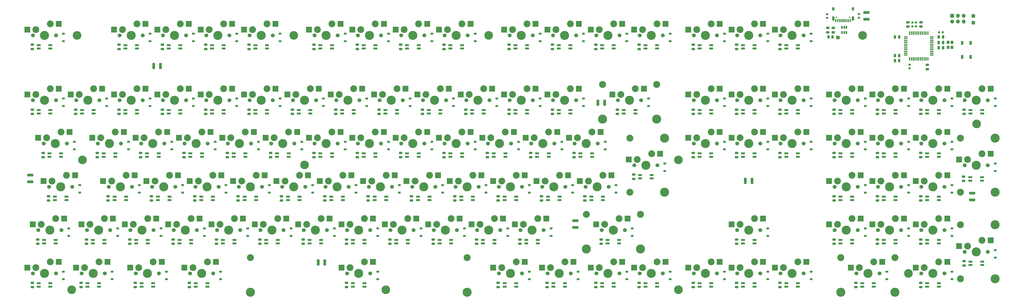
<source format=gbs>
%TF.GenerationSoftware,KiCad,Pcbnew,7.0.10*%
%TF.CreationDate,2024-01-14T19:19:27+05:30*%
%TF.ProjectId,kbd,6b62642e-6b69-4636-9164-5f7063625858,rev?*%
%TF.SameCoordinates,Original*%
%TF.FileFunction,Soldermask,Bot*%
%TF.FilePolarity,Negative*%
%FSLAX46Y46*%
G04 Gerber Fmt 4.6, Leading zero omitted, Abs format (unit mm)*
G04 Created by KiCad (PCBNEW 7.0.10) date 2024-01-14 19:19:27*
%MOMM*%
%LPD*%
G01*
G04 APERTURE LIST*
G04 Aperture macros list*
%AMRoundRect*
0 Rectangle with rounded corners*
0 $1 Rounding radius*
0 $2 $3 $4 $5 $6 $7 $8 $9 X,Y pos of 4 corners*
0 Add a 4 corners polygon primitive as box body*
4,1,4,$2,$3,$4,$5,$6,$7,$8,$9,$2,$3,0*
0 Add four circle primitives for the rounded corners*
1,1,$1+$1,$2,$3*
1,1,$1+$1,$4,$5*
1,1,$1+$1,$6,$7*
1,1,$1+$1,$8,$9*
0 Add four rect primitives between the rounded corners*
20,1,$1+$1,$2,$3,$4,$5,0*
20,1,$1+$1,$4,$5,$6,$7,0*
20,1,$1+$1,$6,$7,$8,$9,0*
20,1,$1+$1,$8,$9,$2,$3,0*%
G04 Aperture macros list end*
%ADD10C,3.800000*%
%ADD11C,2.600000*%
%ADD12C,1.701800*%
%ADD13C,3.000000*%
%ADD14C,3.987800*%
%ADD15R,2.550000X2.500000*%
%ADD16C,3.048000*%
%ADD17RoundRect,0.225000X0.375000X-0.225000X0.375000X0.225000X-0.375000X0.225000X-0.375000X-0.225000X0*%
%ADD18RoundRect,0.250000X0.475000X-0.250000X0.475000X0.250000X-0.475000X0.250000X-0.475000X-0.250000X0*%
%ADD19RoundRect,0.250000X-0.475000X0.250000X-0.475000X-0.250000X0.475000X-0.250000X0.475000X0.250000X0*%
%ADD20R,1.500000X1.500000*%
%ADD21R,1.700000X0.820000*%
%ADD22RoundRect,0.205000X-0.645000X-0.205000X0.645000X-0.205000X0.645000X0.205000X-0.645000X0.205000X0*%
%ADD23RoundRect,0.205000X0.645000X0.205000X-0.645000X0.205000X-0.645000X-0.205000X0.645000X-0.205000X0*%
%ADD24RoundRect,0.250000X-0.325000X-1.100000X0.325000X-1.100000X0.325000X1.100000X-0.325000X1.100000X0*%
%ADD25RoundRect,0.250000X0.250000X0.475000X-0.250000X0.475000X-0.250000X-0.475000X0.250000X-0.475000X0*%
%ADD26RoundRect,0.250000X0.262500X0.450000X-0.262500X0.450000X-0.262500X-0.450000X0.262500X-0.450000X0*%
%ADD27R,0.550000X1.500000*%
%ADD28R,1.500000X0.550000*%
%ADD29RoundRect,0.250000X1.100000X-0.325000X1.100000X0.325000X-1.100000X0.325000X-1.100000X-0.325000X0*%
%ADD30RoundRect,0.200000X-0.275000X0.200000X-0.275000X-0.200000X0.275000X-0.200000X0.275000X0.200000X0*%
%ADD31RoundRect,0.150000X-0.150000X0.512500X-0.150000X-0.512500X0.150000X-0.512500X0.150000X0.512500X0*%
%ADD32R,1.100000X1.800000*%
%ADD33R,1.700000X1.700000*%
%ADD34O,1.700000X1.700000*%
%ADD35R,1.200000X1.400000*%
%ADD36RoundRect,0.250000X0.325000X1.100000X-0.325000X1.100000X-0.325000X-1.100000X0.325000X-1.100000X0*%
%ADD37RoundRect,0.200000X0.275000X-0.200000X0.275000X0.200000X-0.275000X0.200000X-0.275000X-0.200000X0*%
%ADD38RoundRect,0.250000X-1.100000X0.325000X-1.100000X-0.325000X1.100000X-0.325000X1.100000X0.325000X0*%
%ADD39C,0.650000*%
%ADD40R,0.600000X1.450000*%
%ADD41R,0.300000X1.450000*%
%ADD42O,1.000000X1.600000*%
%ADD43O,1.000000X2.100000*%
%ADD44RoundRect,0.250000X-0.250000X-0.475000X0.250000X-0.475000X0.250000X0.475000X-0.250000X0.475000X0*%
%ADD45RoundRect,0.200000X0.200000X0.275000X-0.200000X0.275000X-0.200000X-0.275000X0.200000X-0.275000X0*%
G04 APERTURE END LIST*
D10*
%TO.C,H12*%
X373856250Y-173831250D03*
D11*
X373856250Y-173831250D03*
%TD*%
D10*
%TO.C,H11*%
X209550000Y-176022000D03*
D11*
X209550000Y-176022000D03*
%TD*%
D10*
%TO.C,H10*%
X109537500Y-119062500D03*
D11*
X109537500Y-119062500D03*
%TD*%
D10*
%TO.C,H9*%
X504952000Y-157988000D03*
D11*
X504952000Y-157988000D03*
%TD*%
D10*
%TO.C,H8*%
X245268750Y-230981250D03*
D11*
X245268750Y-230981250D03*
%TD*%
D10*
%TO.C,H7*%
X474980000Y-223837500D03*
D11*
X474980000Y-223837500D03*
%TD*%
D10*
%TO.C,H6*%
X111918750Y-173831250D03*
D11*
X111918750Y-173831250D03*
%TD*%
D10*
%TO.C,H5*%
X373856250Y-230981250D03*
D11*
X373856250Y-230981250D03*
%TD*%
D10*
%TO.C,H4*%
X107156250Y-230981250D03*
D11*
X107156250Y-230981250D03*
%TD*%
D10*
%TO.C,H3*%
X290512500Y-119062500D03*
D11*
X290512500Y-119062500D03*
%TD*%
D10*
%TO.C,H2*%
X204787500Y-119062500D03*
D11*
X204787500Y-119062500D03*
%TD*%
D10*
%TO.C,H1*%
X454818750Y-119062500D03*
D11*
X454818750Y-119062500D03*
%TD*%
D12*
%TO.C,SW68*%
X275907500Y-185737500D03*
D13*
X277177500Y-183197500D03*
D14*
X280987500Y-185737500D03*
D13*
X283527500Y-180657500D03*
D12*
X286067500Y-185737500D03*
D15*
X273427500Y-183197500D03*
X287277500Y-180657500D03*
%TD*%
D16*
%TO.C,REF\u002A\u002A*%
X340525000Y-140652500D03*
D14*
X340525000Y-155892500D03*
D16*
X364325000Y-140652500D03*
D14*
X364325000Y-155892500D03*
%TD*%
D12*
%TO.C,SW32*%
X399732500Y-147637500D03*
D13*
X401002500Y-145097500D03*
D14*
X404812500Y-147637500D03*
D13*
X407352500Y-142557500D03*
D12*
X409892500Y-147637500D03*
D15*
X397252500Y-145097500D03*
X411102500Y-142557500D03*
%TD*%
D12*
%TO.C,SW76*%
X113982500Y-204787500D03*
D13*
X115252500Y-202247500D03*
D14*
X119062500Y-204787500D03*
D13*
X121602500Y-199707500D03*
D12*
X124142500Y-204787500D03*
D15*
X111502500Y-202247500D03*
X125352500Y-199707500D03*
%TD*%
D12*
%TO.C,SW63*%
X180657500Y-185737500D03*
D13*
X181927500Y-183197500D03*
D14*
X185737500Y-185737500D03*
D13*
X188277500Y-180657500D03*
D12*
X190817500Y-185737500D03*
D15*
X178177500Y-183197500D03*
X192027500Y-180657500D03*
%TD*%
D12*
%TO.C,SW105*%
X452120000Y-223837500D03*
D13*
X453390000Y-221297500D03*
D14*
X457200000Y-223837500D03*
D13*
X459740000Y-218757500D03*
D12*
X462280000Y-223837500D03*
D15*
X449640000Y-221297500D03*
X463490000Y-218757500D03*
%TD*%
D12*
%TO.C,SW15*%
X399732500Y-119062500D03*
D13*
X401002500Y-116522500D03*
D14*
X404812500Y-119062500D03*
D13*
X407352500Y-113982500D03*
D12*
X409892500Y-119062500D03*
D15*
X397252500Y-116522500D03*
X411102500Y-113982500D03*
%TD*%
D12*
%TO.C,SW51*%
X354488750Y-176212500D03*
D13*
X355758750Y-173672500D03*
D14*
X359568750Y-176212500D03*
D13*
X362108750Y-171132500D03*
D12*
X364648750Y-176212500D03*
D15*
X352008750Y-173672500D03*
X365858750Y-171132500D03*
%TD*%
D12*
%TO.C,SW61*%
X142557500Y-185737500D03*
D13*
X143827500Y-183197500D03*
D14*
X147637500Y-185737500D03*
D13*
X150177500Y-180657500D03*
D12*
X152717500Y-185737500D03*
D15*
X140077500Y-183197500D03*
X153927500Y-180657500D03*
%TD*%
D12*
%TO.C,SW78*%
X152082500Y-204787500D03*
D13*
X153352500Y-202247500D03*
D14*
X157162500Y-204787500D03*
D13*
X159702500Y-199707500D03*
D12*
X162242500Y-204787500D03*
D15*
X149602500Y-202247500D03*
X163452500Y-199707500D03*
%TD*%
D12*
%TO.C,SW65*%
X218757500Y-185737500D03*
D13*
X220027500Y-183197500D03*
D14*
X223837500Y-185737500D03*
D13*
X226377500Y-180657500D03*
D12*
X228917500Y-185737500D03*
D15*
X216277500Y-183197500D03*
X230127500Y-180657500D03*
%TD*%
D12*
%TO.C,SW77*%
X133032500Y-204787500D03*
D13*
X134302500Y-202247500D03*
D14*
X138112500Y-204787500D03*
D13*
X140652500Y-199707500D03*
D12*
X143192500Y-204787500D03*
D15*
X130552500Y-202247500D03*
X144402500Y-199707500D03*
%TD*%
D12*
%TO.C,SW104*%
X418782500Y-223837500D03*
D13*
X420052500Y-221297500D03*
D14*
X423862500Y-223837500D03*
D13*
X426402500Y-218757500D03*
D12*
X428942500Y-223837500D03*
D15*
X416302500Y-221297500D03*
X430152500Y-218757500D03*
%TD*%
D12*
%TO.C,SW12*%
X337820000Y-119062500D03*
D13*
X339090000Y-116522500D03*
D14*
X342900000Y-119062500D03*
D13*
X345440000Y-113982500D03*
D12*
X347980000Y-119062500D03*
D15*
X335340000Y-116522500D03*
X349190000Y-113982500D03*
%TD*%
D16*
%TO.C,REF\u002A\u002A*%
X497840000Y-226212500D03*
D14*
X513080000Y-226212500D03*
D16*
X497840000Y-202412500D03*
D14*
X513080000Y-202412500D03*
%TD*%
D12*
%TO.C,SW31*%
X380682500Y-147637500D03*
D13*
X381952500Y-145097500D03*
D14*
X385762500Y-147637500D03*
D13*
X388302500Y-142557500D03*
D12*
X390842500Y-147637500D03*
D15*
X378202500Y-145097500D03*
X392052500Y-142557500D03*
%TD*%
D12*
%TO.C,SW80*%
X190182500Y-204787500D03*
D13*
X191452500Y-202247500D03*
D14*
X195262500Y-204787500D03*
D13*
X197802500Y-199707500D03*
D12*
X200342500Y-204787500D03*
D15*
X187702500Y-202247500D03*
X201552500Y-199707500D03*
%TD*%
D12*
%TO.C,SW6*%
X213995000Y-119062500D03*
D13*
X215265000Y-116522500D03*
D14*
X219075000Y-119062500D03*
D13*
X221615000Y-113982500D03*
D12*
X224155000Y-119062500D03*
D15*
X211515000Y-116522500D03*
X225365000Y-113982500D03*
%TD*%
D12*
%TO.C,SW11*%
X318770000Y-119062500D03*
D13*
X320040000Y-116522500D03*
D14*
X323850000Y-119062500D03*
D13*
X326390000Y-113982500D03*
D12*
X328930000Y-119062500D03*
D15*
X316290000Y-116522500D03*
X330140000Y-113982500D03*
%TD*%
D12*
%TO.C,SW87*%
X340201250Y-204787500D03*
D13*
X341471250Y-202247500D03*
D14*
X345281250Y-204787500D03*
D13*
X347821250Y-199707500D03*
D12*
X350361250Y-204787500D03*
D15*
X337721250Y-202247500D03*
X351571250Y-199707500D03*
%TD*%
D12*
%TO.C,SW46*%
X252095000Y-166687500D03*
D13*
X253365000Y-164147500D03*
D14*
X257175000Y-166687500D03*
D13*
X259715000Y-161607500D03*
D12*
X262255000Y-166687500D03*
D15*
X249615000Y-164147500D03*
X263465000Y-161607500D03*
%TD*%
D12*
%TO.C,SW17*%
X90170000Y-147637500D03*
D13*
X91440000Y-145097500D03*
D14*
X95250000Y-147637500D03*
D13*
X97790000Y-142557500D03*
D12*
X100330000Y-147637500D03*
D15*
X87690000Y-145097500D03*
X101540000Y-142557500D03*
%TD*%
D12*
%TO.C,SW25*%
X242570000Y-147637500D03*
D13*
X243840000Y-145097500D03*
D14*
X247650000Y-147637500D03*
D13*
X250190000Y-142557500D03*
D12*
X252730000Y-147637500D03*
D15*
X240090000Y-145097500D03*
X253940000Y-142557500D03*
%TD*%
D12*
%TO.C,SW22*%
X185420000Y-147637500D03*
D13*
X186690000Y-145097500D03*
D14*
X190500000Y-147637500D03*
D13*
X193040000Y-142557500D03*
D12*
X195580000Y-147637500D03*
D15*
X182940000Y-145097500D03*
X196790000Y-142557500D03*
%TD*%
D12*
%TO.C,SW60*%
X123507500Y-185737500D03*
D13*
X124777500Y-183197500D03*
D14*
X128587500Y-185737500D03*
D13*
X131127500Y-180657500D03*
D12*
X133667500Y-185737500D03*
D15*
X121027500Y-183197500D03*
X134877500Y-180657500D03*
%TD*%
D12*
%TO.C,SW74*%
X480695000Y-185737500D03*
D13*
X481965000Y-183197500D03*
D14*
X485775000Y-185737500D03*
D13*
X488315000Y-180657500D03*
D12*
X490855000Y-185737500D03*
D15*
X478215000Y-183197500D03*
X492065000Y-180657500D03*
%TD*%
D12*
%TO.C,SW13*%
X356870000Y-119062500D03*
D13*
X358140000Y-116522500D03*
D14*
X361950000Y-119062500D03*
D13*
X364490000Y-113982500D03*
D12*
X367030000Y-119062500D03*
D15*
X354390000Y-116522500D03*
X368240000Y-113982500D03*
%TD*%
D12*
%TO.C,SW29*%
X318770000Y-147637500D03*
D13*
X320040000Y-145097500D03*
D14*
X323850000Y-147637500D03*
D13*
X326390000Y-142557500D03*
D12*
X328930000Y-147637500D03*
D15*
X316290000Y-145097500D03*
X330140000Y-142557500D03*
%TD*%
D12*
%TO.C,SW66*%
X237807500Y-185737500D03*
D13*
X239077500Y-183197500D03*
D14*
X242887500Y-185737500D03*
D13*
X245427500Y-180657500D03*
D12*
X247967500Y-185737500D03*
D15*
X235327500Y-183197500D03*
X249177500Y-180657500D03*
%TD*%
D12*
%TO.C,SW93*%
X90170000Y-223837500D03*
D13*
X91440000Y-221297500D03*
D14*
X95250000Y-223837500D03*
D13*
X97790000Y-218757500D03*
D12*
X100330000Y-223837500D03*
D15*
X87690000Y-221297500D03*
X101540000Y-218757500D03*
%TD*%
D12*
%TO.C,SW8*%
X252095000Y-119062500D03*
D13*
X253365000Y-116522500D03*
D14*
X257175000Y-119062500D03*
D13*
X259715000Y-113982500D03*
D12*
X262255000Y-119062500D03*
D15*
X249615000Y-116522500D03*
X263465000Y-113982500D03*
%TD*%
D12*
%TO.C,SW64*%
X199707500Y-185737500D03*
D13*
X200977500Y-183197500D03*
D14*
X204787500Y-185737500D03*
D13*
X207327500Y-180657500D03*
D12*
X209867500Y-185737500D03*
D15*
X197227500Y-183197500D03*
X211077500Y-180657500D03*
%TD*%
D12*
%TO.C,SW44*%
X213995000Y-166687500D03*
D13*
X215265000Y-164147500D03*
D14*
X219075000Y-166687500D03*
D13*
X221615000Y-161607500D03*
D12*
X224155000Y-166687500D03*
D15*
X211515000Y-164147500D03*
X225365000Y-161607500D03*
%TD*%
D12*
%TO.C,SW16*%
X418782500Y-119062500D03*
D13*
X420052500Y-116522500D03*
D14*
X423862500Y-119062500D03*
D13*
X426402500Y-113982500D03*
D12*
X428942500Y-119062500D03*
D15*
X416302500Y-116522500D03*
X430152500Y-113982500D03*
%TD*%
D12*
%TO.C,SW42*%
X175895000Y-166687500D03*
D13*
X177165000Y-164147500D03*
D14*
X180975000Y-166687500D03*
D13*
X183515000Y-161607500D03*
D12*
X186055000Y-166687500D03*
D15*
X173415000Y-164147500D03*
X187265000Y-161607500D03*
%TD*%
D12*
%TO.C,SW49*%
X309245000Y-166687500D03*
D13*
X310515000Y-164147500D03*
D14*
X314325000Y-166687500D03*
D13*
X316865000Y-161607500D03*
D12*
X319405000Y-166687500D03*
D15*
X306765000Y-164147500D03*
X320615000Y-161607500D03*
%TD*%
D12*
%TO.C,SW38*%
X94932500Y-166687500D03*
D13*
X96202500Y-164147500D03*
D14*
X100012500Y-166687500D03*
D13*
X102552500Y-161607500D03*
D12*
X105092500Y-166687500D03*
D15*
X92452500Y-164147500D03*
X106302500Y-161607500D03*
%TD*%
D12*
%TO.C,SW99*%
X316388750Y-223837500D03*
D13*
X317658750Y-221297500D03*
D14*
X321468750Y-223837500D03*
D13*
X324008750Y-218757500D03*
D12*
X326548750Y-223837500D03*
D15*
X313908750Y-221297500D03*
X327758750Y-218757500D03*
%TD*%
D12*
%TO.C,SW10*%
X299720000Y-119062500D03*
D13*
X300990000Y-116522500D03*
D14*
X304800000Y-119062500D03*
D13*
X307340000Y-113982500D03*
D12*
X309880000Y-119062500D03*
D15*
X297240000Y-116522500D03*
X311090000Y-113982500D03*
%TD*%
D12*
%TO.C,SW98*%
X294957500Y-223837500D03*
D13*
X296227500Y-221297500D03*
D14*
X300037500Y-223837500D03*
D13*
X302577500Y-218757500D03*
D12*
X305117500Y-223837500D03*
D15*
X292477500Y-221297500D03*
X306327500Y-218757500D03*
%TD*%
D12*
%TO.C,SW14*%
X380682500Y-119062500D03*
D13*
X381952500Y-116522500D03*
D14*
X385762500Y-119062500D03*
D13*
X388302500Y-113982500D03*
D12*
X390842500Y-119062500D03*
D15*
X378202500Y-116522500D03*
X392052500Y-113982500D03*
%TD*%
D12*
%TO.C,SW101*%
X356870000Y-223837500D03*
D13*
X358140000Y-221297500D03*
D14*
X361950000Y-223837500D03*
D13*
X364490000Y-218757500D03*
D12*
X367030000Y-223837500D03*
D15*
X354390000Y-221297500D03*
X368240000Y-218757500D03*
%TD*%
D16*
%TO.C,REF\u002A\u002A*%
X497840000Y-188112500D03*
D14*
X513080000Y-188112500D03*
D16*
X497840000Y-164312500D03*
D14*
X513080000Y-164312500D03*
%TD*%
D12*
%TO.C,SW24*%
X223520000Y-147637500D03*
D13*
X224790000Y-145097500D03*
D14*
X228600000Y-147637500D03*
D13*
X231140000Y-142557500D03*
D12*
X233680000Y-147637500D03*
D15*
X221040000Y-145097500D03*
X234890000Y-142557500D03*
%TD*%
D12*
%TO.C,SW103*%
X399732500Y-223837500D03*
D13*
X401002500Y-221297500D03*
D14*
X404812500Y-223837500D03*
D13*
X407352500Y-218757500D03*
D12*
X409892500Y-223837500D03*
D15*
X397252500Y-221297500D03*
X411102500Y-218757500D03*
%TD*%
D12*
%TO.C,SW54*%
X418782500Y-166687500D03*
D13*
X420052500Y-164147500D03*
D14*
X423862500Y-166687500D03*
D13*
X426402500Y-161607500D03*
D12*
X428942500Y-166687500D03*
D15*
X416302500Y-164147500D03*
X430152500Y-161607500D03*
%TD*%
D12*
%TO.C,SW50*%
X328295000Y-166687500D03*
D13*
X329565000Y-164147500D03*
D14*
X333375000Y-166687500D03*
D13*
X335915000Y-161607500D03*
D12*
X338455000Y-166687500D03*
D15*
X325815000Y-164147500D03*
X339665000Y-161607500D03*
%TD*%
D12*
%TO.C,SW82*%
X228282500Y-204787500D03*
D13*
X229552500Y-202247500D03*
D14*
X233362500Y-204787500D03*
D13*
X235902500Y-199707500D03*
D12*
X238442500Y-204787500D03*
D15*
X225802500Y-202247500D03*
X239652500Y-199707500D03*
%TD*%
D12*
%TO.C,SW89*%
X442595000Y-204787500D03*
D13*
X443865000Y-202247500D03*
D14*
X447675000Y-204787500D03*
D13*
X450215000Y-199707500D03*
D12*
X452755000Y-204787500D03*
D15*
X440115000Y-202247500D03*
X453965000Y-199707500D03*
%TD*%
D12*
%TO.C,SW88*%
X399732500Y-204787500D03*
D13*
X401002500Y-202247500D03*
D14*
X404812500Y-204787500D03*
D13*
X407352500Y-199707500D03*
D12*
X409892500Y-204787500D03*
D15*
X397252500Y-202247500D03*
X411102500Y-199707500D03*
%TD*%
D12*
%TO.C,SW41*%
X156845000Y-166687500D03*
D13*
X158115000Y-164147500D03*
D14*
X161925000Y-166687500D03*
D13*
X164465000Y-161607500D03*
D12*
X167005000Y-166687500D03*
D15*
X154365000Y-164147500D03*
X168215000Y-161607500D03*
%TD*%
D12*
%TO.C,SW2*%
X128270000Y-119062500D03*
D13*
X129540000Y-116522500D03*
D14*
X133350000Y-119062500D03*
D13*
X135890000Y-113982500D03*
D12*
X138430000Y-119062500D03*
D15*
X125790000Y-116522500D03*
X139640000Y-113982500D03*
%TD*%
D12*
%TO.C,SW28*%
X299720000Y-147637500D03*
D13*
X300990000Y-145097500D03*
D14*
X304800000Y-147637500D03*
D13*
X307340000Y-142557500D03*
D12*
X309880000Y-147637500D03*
D15*
X297240000Y-145097500D03*
X311090000Y-142557500D03*
%TD*%
D12*
%TO.C,SW100*%
X337820000Y-223837500D03*
D13*
X339090000Y-221297500D03*
D14*
X342900000Y-223837500D03*
D13*
X345440000Y-218757500D03*
D12*
X347980000Y-223837500D03*
D15*
X335340000Y-221297500D03*
X349190000Y-218757500D03*
%TD*%
D12*
%TO.C,SW20*%
X147320000Y-147637500D03*
D13*
X148590000Y-145097500D03*
D14*
X152400000Y-147637500D03*
D13*
X154940000Y-142557500D03*
D12*
X157480000Y-147637500D03*
D15*
X144840000Y-145097500D03*
X158690000Y-142557500D03*
%TD*%
D12*
%TO.C,SW30*%
X347345000Y-147637500D03*
D13*
X348615000Y-145097500D03*
D14*
X352425000Y-147637500D03*
D13*
X354965000Y-142557500D03*
D12*
X357505000Y-147637500D03*
D15*
X344865000Y-145097500D03*
X358715000Y-142557500D03*
%TD*%
D12*
%TO.C,SW37*%
X499745000Y-147637500D03*
D13*
X501015000Y-145097500D03*
D14*
X504825000Y-147637500D03*
D13*
X507365000Y-142557500D03*
D12*
X509905000Y-147637500D03*
D15*
X497265000Y-145097500D03*
X511115000Y-142557500D03*
%TD*%
D12*
%TO.C,SW71*%
X333057500Y-185737500D03*
D13*
X334327500Y-183197500D03*
D14*
X338137500Y-185737500D03*
D13*
X340677500Y-180657500D03*
D12*
X343217500Y-185737500D03*
D15*
X330577500Y-183197500D03*
X344427500Y-180657500D03*
%TD*%
D12*
%TO.C,SW26*%
X261620000Y-147637500D03*
D13*
X262890000Y-145097500D03*
D14*
X266700000Y-147637500D03*
D13*
X269240000Y-142557500D03*
D12*
X271780000Y-147637500D03*
D15*
X259140000Y-145097500D03*
X272990000Y-142557500D03*
%TD*%
D12*
%TO.C,SW90*%
X461645000Y-204787500D03*
D13*
X462915000Y-202247500D03*
D14*
X466725000Y-204787500D03*
D13*
X469265000Y-199707500D03*
D12*
X471805000Y-204787500D03*
D15*
X459165000Y-202247500D03*
X473015000Y-199707500D03*
%TD*%
D12*
%TO.C,SW91*%
X480695000Y-204787500D03*
D13*
X481965000Y-202247500D03*
D14*
X485775000Y-204787500D03*
D13*
X488315000Y-199707500D03*
D12*
X490855000Y-204787500D03*
D15*
X478215000Y-202247500D03*
X492065000Y-199707500D03*
%TD*%
D12*
%TO.C,SW36*%
X480695000Y-147637500D03*
D13*
X481965000Y-145097500D03*
D14*
X485775000Y-147637500D03*
D13*
X488315000Y-142557500D03*
D12*
X490855000Y-147637500D03*
D15*
X478215000Y-145097500D03*
X492065000Y-142557500D03*
%TD*%
D12*
%TO.C,SW9*%
X271145000Y-119062500D03*
D13*
X272415000Y-116522500D03*
D14*
X276225000Y-119062500D03*
D13*
X278765000Y-113982500D03*
D12*
X281305000Y-119062500D03*
D15*
X268665000Y-116522500D03*
X282515000Y-113982500D03*
%TD*%
D12*
%TO.C,SW84*%
X266382500Y-204787500D03*
D13*
X267652500Y-202247500D03*
D14*
X271462500Y-204787500D03*
D13*
X274002500Y-199707500D03*
D12*
X276542500Y-204787500D03*
D15*
X263902500Y-202247500D03*
X277752500Y-199707500D03*
%TD*%
D16*
%TO.C,REF\u002A\u002A*%
X333381250Y-197802500D03*
D14*
X333381250Y-213042500D03*
D16*
X357181250Y-197802500D03*
D14*
X357181250Y-213042500D03*
%TD*%
D12*
%TO.C,SW53*%
X399732500Y-166687500D03*
D13*
X401002500Y-164147500D03*
D14*
X404812500Y-166687500D03*
D13*
X407352500Y-161607500D03*
D12*
X409892500Y-166687500D03*
D15*
X397252500Y-164147500D03*
X411102500Y-161607500D03*
%TD*%
D12*
%TO.C,SW5*%
X185420000Y-119062500D03*
D13*
X186690000Y-116522500D03*
D14*
X190500000Y-119062500D03*
D13*
X193040000Y-113982500D03*
D12*
X195580000Y-119062500D03*
D15*
X182940000Y-116522500D03*
X196790000Y-113982500D03*
%TD*%
D12*
%TO.C,SW43*%
X194945000Y-166687500D03*
D13*
X196215000Y-164147500D03*
D14*
X200025000Y-166687500D03*
D13*
X202565000Y-161607500D03*
D12*
X205105000Y-166687500D03*
D15*
X192465000Y-164147500D03*
X206315000Y-161607500D03*
%TD*%
D12*
%TO.C,SW40*%
X137795000Y-166687500D03*
D13*
X139065000Y-164147500D03*
D14*
X142875000Y-166687500D03*
D13*
X145415000Y-161607500D03*
D12*
X147955000Y-166687500D03*
D15*
X135315000Y-164147500D03*
X149165000Y-161607500D03*
%TD*%
D12*
%TO.C,SW96*%
X159226250Y-223837500D03*
D13*
X160496250Y-221297500D03*
D14*
X164306250Y-223837500D03*
D13*
X166846250Y-218757500D03*
D12*
X169386250Y-223837500D03*
D15*
X156746250Y-221297500D03*
X170596250Y-218757500D03*
%TD*%
D12*
%TO.C,SW1*%
X90170000Y-119062500D03*
D13*
X91440000Y-116522500D03*
D14*
X95250000Y-119062500D03*
D13*
X97790000Y-113982500D03*
D12*
X100330000Y-119062500D03*
D15*
X87690000Y-116522500D03*
X101540000Y-113982500D03*
%TD*%
D12*
%TO.C,SW62*%
X161607500Y-185737500D03*
D13*
X162877500Y-183197500D03*
D14*
X166687500Y-185737500D03*
D13*
X169227500Y-180657500D03*
D12*
X171767500Y-185737500D03*
D15*
X159127500Y-183197500D03*
X172977500Y-180657500D03*
%TD*%
D12*
%TO.C,SW72*%
X442595000Y-185737500D03*
D13*
X443865000Y-183197500D03*
D14*
X447675000Y-185737500D03*
D13*
X450215000Y-180657500D03*
D12*
X452755000Y-185737500D03*
D15*
X440115000Y-183197500D03*
X453965000Y-180657500D03*
%TD*%
%TO.C,SW94*%
X122971250Y-218757500D03*
X109121250Y-221297500D03*
D12*
X121761250Y-223837500D03*
D13*
X119221250Y-218757500D03*
D14*
X116681250Y-223837500D03*
D13*
X112871250Y-221297500D03*
D12*
X111601250Y-223837500D03*
%TD*%
%TO.C,SW33*%
X418782500Y-147637500D03*
D13*
X420052500Y-145097500D03*
D14*
X423862500Y-147637500D03*
D13*
X426402500Y-142557500D03*
D12*
X428942500Y-147637500D03*
D15*
X416302500Y-145097500D03*
X430152500Y-142557500D03*
%TD*%
D12*
%TO.C,SW56*%
X461645000Y-166687500D03*
D13*
X462915000Y-164147500D03*
D14*
X466725000Y-166687500D03*
D13*
X469265000Y-161607500D03*
D12*
X471805000Y-166687500D03*
D15*
X459165000Y-164147500D03*
X473015000Y-161607500D03*
%TD*%
D12*
%TO.C,SW92*%
X499745000Y-214312500D03*
D13*
X501015000Y-211772500D03*
D14*
X504825000Y-214312500D03*
D13*
X507365000Y-209232500D03*
D12*
X509905000Y-214312500D03*
D15*
X497265000Y-211772500D03*
X511115000Y-209232500D03*
%TD*%
D16*
%TO.C,REF\u002A\u002A*%
X280987500Y-216852500D03*
D14*
X280987500Y-232092500D03*
%TD*%
D12*
%TO.C,SW70*%
X314007500Y-185737500D03*
D13*
X315277500Y-183197500D03*
D14*
X319087500Y-185737500D03*
D13*
X321627500Y-180657500D03*
D12*
X324167500Y-185737500D03*
D15*
X311527500Y-183197500D03*
X325377500Y-180657500D03*
%TD*%
D12*
%TO.C,SW18*%
X109220000Y-147637500D03*
D13*
X110490000Y-145097500D03*
D14*
X114300000Y-147637500D03*
D13*
X116840000Y-142557500D03*
D12*
X119380000Y-147637500D03*
D15*
X106740000Y-145097500D03*
X120590000Y-142557500D03*
%TD*%
D12*
%TO.C,SW39*%
X118745000Y-166687500D03*
D13*
X120015000Y-164147500D03*
D14*
X123825000Y-166687500D03*
D13*
X126365000Y-161607500D03*
D12*
X128905000Y-166687500D03*
D15*
X116265000Y-164147500D03*
X130115000Y-161607500D03*
%TD*%
D12*
%TO.C,SW73*%
X461645000Y-185737500D03*
D13*
X462915000Y-183197500D03*
D14*
X466725000Y-185737500D03*
D13*
X469265000Y-180657500D03*
D12*
X471805000Y-185737500D03*
D15*
X459165000Y-183197500D03*
X473015000Y-180657500D03*
%TD*%
D16*
%TO.C,REF\u002A\u002A*%
X185737500Y-216852312D03*
D14*
X185737500Y-232092312D03*
%TD*%
D12*
%TO.C,SW102*%
X380682500Y-223837500D03*
D13*
X381952500Y-221297500D03*
D14*
X385762500Y-223837500D03*
D13*
X388302500Y-218757500D03*
D12*
X390842500Y-223837500D03*
D15*
X378202500Y-221297500D03*
X392052500Y-218757500D03*
%TD*%
D12*
%TO.C,SW79*%
X171132500Y-204787500D03*
D13*
X172402500Y-202247500D03*
D14*
X176212500Y-204787500D03*
D13*
X178752500Y-199707500D03*
D12*
X181292500Y-204787500D03*
D15*
X168652500Y-202247500D03*
X182502500Y-199707500D03*
%TD*%
D12*
%TO.C,SW97*%
X228282500Y-223837500D03*
D13*
X229552500Y-221297500D03*
D14*
X233362500Y-223837500D03*
D13*
X235902500Y-218757500D03*
D12*
X238442500Y-223837500D03*
D15*
X225802500Y-221297500D03*
X239652500Y-218757500D03*
%TD*%
D12*
%TO.C,SW55*%
X442595000Y-166687500D03*
D13*
X443865000Y-164147500D03*
D14*
X447675000Y-166687500D03*
D13*
X450215000Y-161607500D03*
D12*
X452755000Y-166687500D03*
D15*
X440115000Y-164147500D03*
X453965000Y-161607500D03*
%TD*%
D12*
%TO.C,SW57*%
X480695000Y-166687500D03*
D13*
X481965000Y-164147500D03*
D14*
X485775000Y-166687500D03*
D13*
X488315000Y-161607500D03*
D12*
X490855000Y-166687500D03*
D15*
X478215000Y-164147500D03*
X492065000Y-161607500D03*
%TD*%
D12*
%TO.C,SW52*%
X380682500Y-166687500D03*
D13*
X381952500Y-164147500D03*
D14*
X385762500Y-166687500D03*
D13*
X388302500Y-161607500D03*
D12*
X390842500Y-166687500D03*
D15*
X378202500Y-164147500D03*
X392052500Y-161607500D03*
%TD*%
D12*
%TO.C,SW58*%
X499745000Y-176212500D03*
D13*
X501015000Y-173672500D03*
D14*
X504825000Y-176212500D03*
D13*
X507365000Y-171132500D03*
D12*
X509905000Y-176212500D03*
D15*
X497265000Y-173672500D03*
X511115000Y-171132500D03*
%TD*%
D12*
%TO.C,SW59*%
X97313750Y-185737500D03*
D13*
X98583750Y-183197500D03*
D14*
X102393750Y-185737500D03*
D13*
X104933750Y-180657500D03*
D12*
X107473750Y-185737500D03*
D15*
X94833750Y-183197500D03*
X108683750Y-180657500D03*
%TD*%
D12*
%TO.C,SW23*%
X204470000Y-147637500D03*
D13*
X205740000Y-145097500D03*
D14*
X209550000Y-147637500D03*
D13*
X212090000Y-142557500D03*
D12*
X214630000Y-147637500D03*
D15*
X201990000Y-145097500D03*
X215840000Y-142557500D03*
%TD*%
D12*
%TO.C,SW4*%
X166370000Y-119062500D03*
D13*
X167640000Y-116522500D03*
D14*
X171450000Y-119062500D03*
D13*
X173990000Y-113982500D03*
D12*
X176530000Y-119062500D03*
D15*
X163890000Y-116522500D03*
X177740000Y-113982500D03*
%TD*%
D12*
%TO.C,SW48*%
X290195000Y-166687500D03*
D13*
X291465000Y-164147500D03*
D14*
X295275000Y-166687500D03*
D13*
X297815000Y-161607500D03*
D12*
X300355000Y-166687500D03*
D15*
X287715000Y-164147500D03*
X301565000Y-161607500D03*
%TD*%
D12*
%TO.C,SW19*%
X128270000Y-147637500D03*
D13*
X129540000Y-145097500D03*
D14*
X133350000Y-147637500D03*
D13*
X135890000Y-142557500D03*
D12*
X138430000Y-147637500D03*
D15*
X125790000Y-145097500D03*
X139640000Y-142557500D03*
%TD*%
D12*
%TO.C,SW47*%
X271145000Y-166687500D03*
D13*
X272415000Y-164147500D03*
D14*
X276225000Y-166687500D03*
D13*
X278765000Y-161607500D03*
D12*
X281305000Y-166687500D03*
D15*
X268665000Y-164147500D03*
X282515000Y-161607500D03*
%TD*%
D12*
%TO.C,SW81*%
X209232500Y-204787500D03*
D13*
X210502500Y-202247500D03*
D14*
X214312500Y-204787500D03*
D13*
X216852500Y-199707500D03*
D12*
X219392500Y-204787500D03*
D15*
X206752500Y-202247500D03*
X220602500Y-199707500D03*
%TD*%
D12*
%TO.C,SW67*%
X256857500Y-185737500D03*
D13*
X258127500Y-183197500D03*
D14*
X261937500Y-185737500D03*
D13*
X264477500Y-180657500D03*
D12*
X267017500Y-185737500D03*
D15*
X254377500Y-183197500D03*
X268227500Y-180657500D03*
%TD*%
D12*
%TO.C,SW7*%
X233045000Y-119062500D03*
D13*
X234315000Y-116522500D03*
D14*
X238125000Y-119062500D03*
D13*
X240665000Y-113982500D03*
D12*
X243205000Y-119062500D03*
D15*
X230565000Y-116522500D03*
X244415000Y-113982500D03*
%TD*%
D12*
%TO.C,SW21*%
X166370000Y-147637500D03*
D13*
X167640000Y-145097500D03*
D14*
X171450000Y-147637500D03*
D13*
X173990000Y-142557500D03*
D12*
X176530000Y-147637500D03*
D15*
X163890000Y-145097500D03*
X177740000Y-142557500D03*
%TD*%
D12*
%TO.C,SW75*%
X92551250Y-204787500D03*
D13*
X93821250Y-202247500D03*
D14*
X97631250Y-204787500D03*
D13*
X100171250Y-199707500D03*
D12*
X102711250Y-204787500D03*
D15*
X90071250Y-202247500D03*
X103921250Y-199707500D03*
%TD*%
D12*
%TO.C,SW106*%
X480695000Y-223837500D03*
D13*
X481965000Y-221297500D03*
D14*
X485775000Y-223837500D03*
D13*
X488315000Y-218757500D03*
D12*
X490855000Y-223837500D03*
D15*
X478215000Y-221297500D03*
X492065000Y-218757500D03*
%TD*%
D12*
%TO.C,SW83*%
X247332500Y-204787500D03*
D13*
X248602500Y-202247500D03*
D14*
X252412500Y-204787500D03*
D13*
X254952500Y-199707500D03*
D12*
X257492500Y-204787500D03*
D15*
X244852500Y-202247500D03*
X258702500Y-199707500D03*
%TD*%
D16*
%TO.C,REF\u002A\u002A*%
X352583750Y-188112500D03*
D14*
X367823750Y-188112500D03*
D16*
X352583750Y-164312500D03*
D14*
X367823750Y-164312500D03*
%TD*%
D12*
%TO.C,SW69*%
X294957500Y-185737500D03*
D13*
X296227500Y-183197500D03*
D14*
X300037500Y-185737500D03*
D13*
X302577500Y-180657500D03*
D12*
X305117500Y-185737500D03*
D15*
X292477500Y-183197500D03*
X306327500Y-180657500D03*
%TD*%
D12*
%TO.C,SW85*%
X285432500Y-204787500D03*
D13*
X286702500Y-202247500D03*
D14*
X290512500Y-204787500D03*
D13*
X293052500Y-199707500D03*
D12*
X295592500Y-204787500D03*
D15*
X282952500Y-202247500D03*
X296802500Y-199707500D03*
%TD*%
D12*
%TO.C,SW95*%
X135413750Y-223837500D03*
D13*
X136683750Y-221297500D03*
D14*
X140493750Y-223837500D03*
D13*
X143033750Y-218757500D03*
D12*
X145573750Y-223837500D03*
D15*
X132933750Y-221297500D03*
X146783750Y-218757500D03*
%TD*%
D16*
%TO.C,REF\u002A\u002A*%
X445300000Y-216852500D03*
D14*
X445300000Y-232092500D03*
D16*
X469100000Y-216852500D03*
D14*
X469100000Y-232092500D03*
%TD*%
D12*
%TO.C,SW3*%
X147320000Y-119062500D03*
D13*
X148590000Y-116522500D03*
D14*
X152400000Y-119062500D03*
D13*
X154940000Y-113982500D03*
D12*
X157480000Y-119062500D03*
D15*
X144840000Y-116522500D03*
X158690000Y-113982500D03*
%TD*%
D12*
%TO.C,SW34*%
X442595000Y-147637500D03*
D13*
X443865000Y-145097500D03*
D14*
X447675000Y-147637500D03*
D13*
X450215000Y-142557500D03*
D12*
X452755000Y-147637500D03*
D15*
X440115000Y-145097500D03*
X453965000Y-142557500D03*
%TD*%
D12*
%TO.C,SW86*%
X304482500Y-204787500D03*
D13*
X305752500Y-202247500D03*
D14*
X309562500Y-204787500D03*
D13*
X312102500Y-199707500D03*
D12*
X314642500Y-204787500D03*
D15*
X302002500Y-202247500D03*
X315852500Y-199707500D03*
%TD*%
D12*
%TO.C,SW27*%
X280670000Y-147637500D03*
D13*
X281940000Y-145097500D03*
D14*
X285750000Y-147637500D03*
D13*
X288290000Y-142557500D03*
D12*
X290830000Y-147637500D03*
D15*
X278190000Y-145097500D03*
X292040000Y-142557500D03*
%TD*%
D12*
%TO.C,SW35*%
X461645000Y-147637500D03*
D13*
X462915000Y-145097500D03*
D14*
X466725000Y-147637500D03*
D13*
X469265000Y-142557500D03*
D12*
X471805000Y-147637500D03*
D15*
X459165000Y-145097500D03*
X473015000Y-142557500D03*
%TD*%
D12*
%TO.C,SW45*%
X233045000Y-166687500D03*
D13*
X234315000Y-164147500D03*
D14*
X238125000Y-166687500D03*
D13*
X240665000Y-161607500D03*
D12*
X243205000Y-166687500D03*
D15*
X230565000Y-164147500D03*
X244415000Y-161607500D03*
%TD*%
D17*
%TO.C,D62*%
X175021584Y-188280312D03*
X175021584Y-184980312D03*
%TD*%
D18*
%TO.C,C12*%
X418491880Y-125057352D03*
X418491880Y-123157352D03*
%TD*%
D17*
%TO.C,D55*%
X456009044Y-169230328D03*
X456009044Y-165930328D03*
%TD*%
%TO.C,D11*%
X332184288Y-121605368D03*
X332184288Y-118305368D03*
%TD*%
D19*
%TO.C,C36*%
X204192768Y-151747528D03*
X204192768Y-153647528D03*
%TD*%
D17*
%TO.C,D70*%
X327421584Y-188280312D03*
X327421584Y-184980312D03*
%TD*%
D20*
%TO.C,TP1*%
X503500000Y-110500000D03*
%TD*%
D21*
%TO.C,U9*%
X302249872Y-123372552D03*
X302249872Y-124872552D03*
D22*
X307349872Y-124872552D03*
D21*
X307349872Y-123372552D03*
%TD*%
D17*
%TO.C,D29*%
X332184096Y-150180344D03*
X332184096Y-146880344D03*
%TD*%
D19*
%TO.C,C87*%
X354210640Y-180322504D03*
X354210640Y-182222504D03*
%TD*%
D17*
%TO.C,D60*%
X136921584Y-188280312D03*
X136921584Y-184980312D03*
%TD*%
D18*
%TO.C,C26*%
X147042080Y-125072552D03*
X147042080Y-123172552D03*
%TD*%
D21*
%TO.C,U101*%
X324019592Y-229647464D03*
X324019592Y-228147464D03*
D23*
X318919592Y-228147464D03*
D21*
X318919592Y-229647464D03*
%TD*%
D24*
%TO.C,C103*%
X215525000Y-219000000D03*
X218475000Y-219000000D03*
%TD*%
D25*
%TO.C,C3*%
X470950000Y-119750000D03*
X469050000Y-119750000D03*
%TD*%
D18*
%TO.C,C61*%
X308966608Y-172697512D03*
X308966608Y-170797512D03*
%TD*%
D21*
%TO.C,U61*%
X131137216Y-191547496D03*
X131137216Y-190047496D03*
D23*
X126037216Y-190047496D03*
D21*
X126037216Y-191547496D03*
%TD*%
%TO.C,U32*%
X354975576Y-153447528D03*
X354975576Y-151947528D03*
D23*
X349875576Y-151947528D03*
D21*
X349875576Y-153447528D03*
%TD*%
D17*
%TO.C,D80*%
X203596578Y-207330296D03*
X203596578Y-204030296D03*
%TD*%
D18*
%TO.C,C71*%
X118466608Y-172697512D03*
X118466608Y-170797512D03*
%TD*%
D17*
%TO.C,D7*%
X246459288Y-121605368D03*
X246459288Y-118305368D03*
%TD*%
D18*
%TO.C,C24*%
X185142080Y-125072552D03*
X185142080Y-123172552D03*
%TD*%
D21*
%TO.C,U36*%
X450224576Y-153447528D03*
X450224576Y-151947528D03*
D23*
X445124576Y-151947528D03*
D21*
X445124576Y-153447528D03*
%TD*%
D18*
%TO.C,C99*%
X285154784Y-210797480D03*
X285154784Y-208897480D03*
%TD*%
D21*
%TO.C,U97*%
X143045592Y-229647464D03*
X143045592Y-228147464D03*
D23*
X137945592Y-228147464D03*
D21*
X137945592Y-229647464D03*
%TD*%
D17*
%TO.C,D42*%
X189309284Y-169230328D03*
X189309284Y-165930328D03*
%TD*%
%TO.C,D101*%
X370283960Y-226380280D03*
X370283960Y-223080280D03*
%TD*%
D18*
%TO.C,C18*%
X318492080Y-125072552D03*
X318492080Y-123172552D03*
%TD*%
D17*
%TO.C,D95*%
X148827710Y-226380280D03*
X148827710Y-223080280D03*
%TD*%
D19*
%TO.C,C75*%
X123229408Y-189847496D03*
X123229408Y-191747496D03*
%TD*%
D21*
%TO.C,U73*%
X362118448Y-182022504D03*
X362118448Y-180522504D03*
D23*
X357018448Y-180522504D03*
D21*
X357018448Y-182022504D03*
%TD*%
%TO.C,U98*%
X166857592Y-229647464D03*
X166857592Y-228147464D03*
D23*
X161757592Y-228147464D03*
D21*
X161757592Y-229647464D03*
%TD*%
%TO.C,U48*%
X311774720Y-170997512D03*
X311774720Y-172497512D03*
D22*
X316874720Y-172497512D03*
D21*
X316874720Y-170997512D03*
%TD*%
D17*
%TO.C,D21*%
X179784096Y-150180344D03*
X179784096Y-146880344D03*
%TD*%
%TO.C,D59*%
X110727834Y-188280312D03*
X110727834Y-184980312D03*
%TD*%
D19*
%TO.C,C119*%
X337540112Y-227947464D03*
X337540112Y-229847464D03*
%TD*%
D17*
%TO.C,D103*%
X413146460Y-226380280D03*
X413146460Y-223080280D03*
%TD*%
D21*
%TO.C,U84*%
X287962592Y-209097480D03*
X287962592Y-210597480D03*
D22*
X293062592Y-210597480D03*
D21*
X293062592Y-209097480D03*
%TD*%
%TO.C,U89*%
X192712592Y-209097480D03*
X192712592Y-210597480D03*
D22*
X197812592Y-210597480D03*
D21*
X197812592Y-209097480D03*
%TD*%
D26*
%TO.C,FB1*%
X441662500Y-119750000D03*
X439837500Y-119750000D03*
%TD*%
D25*
%TO.C,C7*%
X490200000Y-124500000D03*
X488300000Y-124500000D03*
%TD*%
D17*
%TO.C,D74*%
X494108960Y-188280312D03*
X494108960Y-184980312D03*
%TD*%
D19*
%TO.C,C86*%
X332779408Y-189847496D03*
X332779408Y-191747496D03*
%TD*%
D27*
%TO.C,U1*%
X475500000Y-118050000D03*
X476300000Y-118050000D03*
X477100000Y-118050000D03*
X477900000Y-118050000D03*
X478700000Y-118050000D03*
X479500000Y-118050000D03*
X480300000Y-118050000D03*
X481100000Y-118050000D03*
X481900000Y-118050000D03*
X482700000Y-118050000D03*
X483500000Y-118050000D03*
D28*
X485200000Y-119750000D03*
X485200000Y-120550000D03*
X485200000Y-121350000D03*
X485200000Y-122150000D03*
X485200000Y-122950000D03*
X485200000Y-123750000D03*
X485200000Y-124550000D03*
X485200000Y-125350000D03*
X485200000Y-126150000D03*
X485200000Y-126950000D03*
X485200000Y-127750000D03*
D27*
X483500000Y-129450000D03*
X482700000Y-129450000D03*
X481900000Y-129450000D03*
X481100000Y-129450000D03*
X480300000Y-129450000D03*
X479500000Y-129450000D03*
X478700000Y-129450000D03*
X477900000Y-129450000D03*
X477100000Y-129450000D03*
X476300000Y-129450000D03*
X475500000Y-129450000D03*
D28*
X473800000Y-127750000D03*
X473800000Y-126950000D03*
X473800000Y-126150000D03*
X473800000Y-125350000D03*
X473800000Y-124550000D03*
X473800000Y-123750000D03*
X473800000Y-122950000D03*
X473800000Y-122150000D03*
X473800000Y-121350000D03*
X473800000Y-120550000D03*
X473800000Y-119750000D03*
%TD*%
D17*
%TO.C,D45*%
X246459284Y-169230328D03*
X246459284Y-165930328D03*
%TD*%
D18*
%TO.C,C94*%
X461366784Y-210797480D03*
X461366784Y-208897480D03*
%TD*%
D25*
%TO.C,C4*%
X470950000Y-128000000D03*
X469050000Y-128000000D03*
%TD*%
D17*
%TO.C,D102*%
X394096460Y-226380280D03*
X394096460Y-223080280D03*
%TD*%
D21*
%TO.C,U100*%
X302588592Y-229647464D03*
X302588592Y-228147464D03*
D23*
X297488592Y-228147464D03*
D21*
X297488592Y-229647464D03*
%TD*%
D17*
%TO.C,D16*%
X432196788Y-121605368D03*
X432196788Y-118305368D03*
%TD*%
%TO.C,D46*%
X265509284Y-169230328D03*
X265509284Y-165930328D03*
%TD*%
D19*
%TO.C,C85*%
X313729408Y-189847496D03*
X313729408Y-191747496D03*
%TD*%
D21*
%TO.C,U17*%
X130799888Y-123372552D03*
X130799888Y-124872552D03*
D22*
X135899888Y-124872552D03*
D21*
X135899888Y-123372552D03*
%TD*%
%TO.C,U16*%
X149849872Y-123372552D03*
X149849872Y-124872552D03*
D22*
X154949872Y-124872552D03*
D21*
X154949872Y-123372552D03*
%TD*%
%TO.C,U95*%
X97802592Y-229647464D03*
X97802592Y-228147464D03*
D23*
X92702592Y-228147464D03*
D21*
X92702592Y-229647464D03*
%TD*%
D18*
%TO.C,C52*%
X499169112Y-183115472D03*
X499169112Y-181215472D03*
%TD*%
D21*
%TO.C,U54*%
X197474720Y-170997512D03*
X197474720Y-172497512D03*
D22*
X202574720Y-172497512D03*
D21*
X202574720Y-170997512D03*
%TD*%
%TO.C,U77*%
X502274576Y-218622472D03*
X502274576Y-220122472D03*
D22*
X507374576Y-220122472D03*
D21*
X507374576Y-218622472D03*
%TD*%
%TO.C,U81*%
X402262592Y-209097480D03*
X402262592Y-210597480D03*
D22*
X407362592Y-210597480D03*
D21*
X407362592Y-209097480D03*
%TD*%
D17*
%TO.C,D4*%
X179784288Y-121605368D03*
X179784288Y-118305368D03*
%TD*%
%TO.C,D61*%
X155971584Y-188280312D03*
X155971584Y-184980312D03*
%TD*%
%TO.C,D34*%
X456009072Y-150180344D03*
X456009072Y-146880344D03*
%TD*%
D21*
%TO.C,U26*%
X231150576Y-153447528D03*
X231150576Y-151947528D03*
D23*
X226050576Y-151947528D03*
D21*
X226050576Y-153447528D03*
%TD*%
D18*
%TO.C,C68*%
X175616608Y-172697512D03*
X175616608Y-170797512D03*
%TD*%
D17*
%TO.C,D104*%
X432196460Y-226380280D03*
X432196460Y-223080280D03*
%TD*%
%TO.C,D58*%
X513158944Y-178755320D03*
X513158944Y-175455320D03*
%TD*%
%TO.C,D19*%
X141684096Y-150180344D03*
X141684096Y-146880344D03*
%TD*%
D21*
%TO.C,U35*%
X426412576Y-153447528D03*
X426412576Y-151947528D03*
D23*
X421312576Y-151947528D03*
D21*
X421312576Y-153447528D03*
%TD*%
D29*
%TO.C,C88*%
X503000000Y-191475000D03*
X503000000Y-188525000D03*
%TD*%
D17*
%TO.C,D10*%
X313134288Y-121605368D03*
X313134288Y-118305368D03*
%TD*%
D21*
%TO.C,U41*%
X483224592Y-170997512D03*
X483224592Y-172497512D03*
D22*
X488324592Y-172497512D03*
D21*
X488324592Y-170997512D03*
%TD*%
D30*
%TO.C,R3*%
X475500000Y-131925000D03*
X475500000Y-133575000D03*
%TD*%
D31*
%TO.C,U2*%
X445800000Y-115560000D03*
X446750000Y-115560000D03*
X447700000Y-115560000D03*
X447700000Y-117835000D03*
X446750000Y-117835000D03*
X445800000Y-117835000D03*
%TD*%
D21*
%TO.C,U104*%
X388312592Y-229647464D03*
X388312592Y-228147464D03*
D23*
X383212592Y-228147464D03*
D21*
X383212592Y-229647464D03*
%TD*%
D19*
%TO.C,C113*%
X135135112Y-227947464D03*
X135135112Y-229847464D03*
%TD*%
D21*
%TO.C,U68*%
X264487216Y-191547496D03*
X264487216Y-190047496D03*
D23*
X259387216Y-190047496D03*
D21*
X259387216Y-191547496D03*
%TD*%
%TO.C,U93*%
X116512592Y-209097480D03*
X116512592Y-210597480D03*
D22*
X121612592Y-210597480D03*
D21*
X121612592Y-209097480D03*
%TD*%
%TO.C,U58*%
X121274720Y-170997512D03*
X121274720Y-172497512D03*
D22*
X126374720Y-172497512D03*
D21*
X126374720Y-170997512D03*
%TD*%
D17*
%TO.C,D39*%
X132159284Y-169230328D03*
X132159284Y-165930328D03*
%TD*%
D25*
%TO.C,C1*%
X470950000Y-130206250D03*
X469050000Y-130206250D03*
%TD*%
D17*
%TO.C,D51*%
X367902816Y-178755320D03*
X367902816Y-175455320D03*
%TD*%
D32*
%TO.C,SW999*%
X502350000Y-128600000D03*
X502350000Y-122400000D03*
X498650000Y-128600000D03*
X498650000Y-122400000D03*
%TD*%
D17*
%TO.C,D13*%
X370284288Y-121605368D03*
X370284288Y-118305368D03*
%TD*%
%TO.C,D91*%
X494108960Y-207330296D03*
X494108960Y-204030296D03*
%TD*%
D21*
%TO.C,U69*%
X283537216Y-191547496D03*
X283537216Y-190047496D03*
D23*
X278437216Y-190047496D03*
D21*
X278437216Y-191547496D03*
%TD*%
%TO.C,U83*%
X307012592Y-209097480D03*
X307012592Y-210597480D03*
D22*
X312112592Y-210597480D03*
D21*
X312112592Y-209097480D03*
%TD*%
D17*
%TO.C,D35*%
X475059072Y-150180344D03*
X475059072Y-146880344D03*
%TD*%
D18*
%TO.C,C9*%
X442000000Y-117700000D03*
X442000000Y-115800000D03*
%TD*%
D17*
%TO.C,D78*%
X165496578Y-207330296D03*
X165496578Y-204030296D03*
%TD*%
D18*
%TO.C,C69*%
X156566608Y-172697512D03*
X156566608Y-170797512D03*
%TD*%
D30*
%TO.C,R2*%
X476750000Y-113425000D03*
X476750000Y-115075000D03*
%TD*%
D17*
%TO.C,D64*%
X213121584Y-188280312D03*
X213121584Y-184980312D03*
%TD*%
%TO.C,D36*%
X494109072Y-150180344D03*
X494109072Y-146880344D03*
%TD*%
D21*
%TO.C,U25*%
X212100576Y-153447528D03*
X212100576Y-151947528D03*
D23*
X207000576Y-151947528D03*
D21*
X207000576Y-153447528D03*
%TD*%
D18*
%TO.C,C11*%
X480500000Y-115200000D03*
X480500000Y-113300000D03*
%TD*%
%TO.C,C23*%
X213717080Y-125072552D03*
X213717080Y-123172552D03*
%TD*%
%TO.C,C17*%
X337542080Y-125072552D03*
X337542080Y-123172552D03*
%TD*%
D21*
%TO.C,U85*%
X268912592Y-209097480D03*
X268912592Y-210597480D03*
D22*
X274012592Y-210597480D03*
D21*
X274012592Y-209097480D03*
%TD*%
D17*
%TO.C,D90*%
X475058960Y-207330296D03*
X475058960Y-204030296D03*
%TD*%
D21*
%TO.C,U8*%
X321299872Y-123372552D03*
X321299872Y-124872552D03*
D22*
X326399872Y-124872552D03*
D21*
X326399872Y-123372552D03*
%TD*%
D17*
%TO.C,D53*%
X413146544Y-169230328D03*
X413146544Y-165930328D03*
%TD*%
%TO.C,D43*%
X208359284Y-169230328D03*
X208359284Y-165930328D03*
%TD*%
%TO.C,D82*%
X241696578Y-207330296D03*
X241696578Y-204030296D03*
%TD*%
D18*
%TO.C,C102*%
X228004784Y-210797480D03*
X228004784Y-208897480D03*
%TD*%
%TO.C,C15*%
X380391880Y-125057352D03*
X380391880Y-123157352D03*
%TD*%
D21*
%TO.C,U59*%
X97462720Y-170997512D03*
X97462720Y-172497512D03*
D22*
X102562720Y-172497512D03*
D21*
X102562720Y-170997512D03*
%TD*%
D18*
%TO.C,C70*%
X137516608Y-172697512D03*
X137516608Y-170797512D03*
%TD*%
D17*
%TO.C,D50*%
X341709284Y-169230328D03*
X341709284Y-165930328D03*
%TD*%
%TO.C,D38*%
X108346784Y-169230328D03*
X108346784Y-165930328D03*
%TD*%
%TO.C,D5*%
X198834288Y-121605368D03*
X198834288Y-118305368D03*
%TD*%
D21*
%TO.C,U102*%
X345450592Y-229647464D03*
X345450592Y-228147464D03*
D23*
X340350592Y-228147464D03*
D21*
X340350592Y-229647464D03*
%TD*%
D17*
%TO.C,D49*%
X322659284Y-169230328D03*
X322659284Y-165930328D03*
%TD*%
D21*
%TO.C,U64*%
X188287216Y-191547496D03*
X188287216Y-190047496D03*
D23*
X183187216Y-190047496D03*
D21*
X183187216Y-191547496D03*
%TD*%
%TO.C,U79*%
X464174592Y-209097480D03*
X464174592Y-210597480D03*
D22*
X469274592Y-210597480D03*
D21*
X469274592Y-209097480D03*
%TD*%
%TO.C,U55*%
X178424720Y-170997512D03*
X178424720Y-172497512D03*
D22*
X183524720Y-172497512D03*
D21*
X183524720Y-170997512D03*
%TD*%
D17*
%TO.C,D24*%
X236934096Y-150180344D03*
X236934096Y-146880344D03*
%TD*%
D21*
%TO.C,U40*%
X502189200Y-181500200D03*
X502189200Y-183000200D03*
D22*
X507289200Y-183000200D03*
D21*
X507289200Y-181500200D03*
%TD*%
D19*
%TO.C,C80*%
X218479408Y-189847496D03*
X218479408Y-191747496D03*
%TD*%
D21*
%TO.C,U91*%
X154612592Y-209097480D03*
X154612592Y-210597480D03*
D22*
X159712592Y-210597480D03*
D21*
X159712592Y-209097480D03*
%TD*%
D19*
%TO.C,C82*%
X256579408Y-189847496D03*
X256579408Y-191747496D03*
%TD*%
D21*
%TO.C,U87*%
X230812592Y-209097480D03*
X230812592Y-210597480D03*
D22*
X235912592Y-210597480D03*
D21*
X235912592Y-209097480D03*
%TD*%
D17*
%TO.C,D31*%
X394096572Y-150180344D03*
X394096572Y-146880344D03*
%TD*%
%TO.C,D98*%
X308371460Y-226380280D03*
X308371460Y-223080280D03*
%TD*%
%TO.C,D66*%
X251221584Y-188280312D03*
X251221584Y-184980312D03*
%TD*%
D19*
%TO.C,C120*%
X356590112Y-227947464D03*
X356590112Y-229847464D03*
%TD*%
D21*
%TO.C,U30*%
X307350576Y-153447528D03*
X307350576Y-151947528D03*
D23*
X302250576Y-151947528D03*
D21*
X302250576Y-153447528D03*
%TD*%
%TO.C,U107*%
X459749592Y-229647464D03*
X459749592Y-228147464D03*
D23*
X454649592Y-228147464D03*
D21*
X454649592Y-229647464D03*
%TD*%
D19*
%TO.C,C49*%
X461366768Y-151747528D03*
X461366768Y-153647528D03*
%TD*%
D18*
%TO.C,C92*%
X499466768Y-220322472D03*
X499466768Y-218422472D03*
%TD*%
D21*
%TO.C,U18*%
X92699920Y-123372552D03*
X92699920Y-124872552D03*
D22*
X97799920Y-124872552D03*
D21*
X97799920Y-123372552D03*
%TD*%
D18*
%TO.C,C5*%
X474750000Y-115200000D03*
X474750000Y-113300000D03*
%TD*%
%TO.C,C21*%
X251817080Y-125072552D03*
X251817080Y-123172552D03*
%TD*%
D17*
%TO.C,D25*%
X255984096Y-150180344D03*
X255984096Y-146880344D03*
%TD*%
D18*
%TO.C,C101*%
X247054784Y-210797480D03*
X247054784Y-208897480D03*
%TD*%
D17*
%TO.C,D15*%
X413146788Y-121605368D03*
X413146788Y-118305368D03*
%TD*%
D21*
%TO.C,U19*%
X97800576Y-153447528D03*
X97800576Y-151947528D03*
D23*
X92700576Y-151947528D03*
D21*
X92700576Y-153447528D03*
%TD*%
D17*
%TO.C,D17*%
X103584096Y-150180344D03*
X103584096Y-146880344D03*
%TD*%
D18*
%TO.C,C100*%
X266104784Y-210797480D03*
X266104784Y-208897480D03*
%TD*%
D19*
%TO.C,C6*%
X483250000Y-132050000D03*
X483250000Y-133950000D03*
%TD*%
%TO.C,C123*%
X418502112Y-227947464D03*
X418502112Y-229847464D03*
%TD*%
D17*
%TO.C,D47*%
X284559284Y-169230328D03*
X284559284Y-165930328D03*
%TD*%
%TO.C,D71*%
X346471584Y-188280312D03*
X346471584Y-184980312D03*
%TD*%
D33*
%TO.C,J1*%
X494225000Y-110475000D03*
D34*
X494225000Y-113015000D03*
X496765000Y-110475000D03*
X496765000Y-113015000D03*
X499305000Y-110475000D03*
X499305000Y-113015000D03*
%TD*%
D19*
%TO.C,C40*%
X280392768Y-151747528D03*
X280392768Y-153647528D03*
%TD*%
%TO.C,C89*%
X442316816Y-189847496D03*
X442316816Y-191747496D03*
%TD*%
D21*
%TO.C,U4*%
X402271672Y-123355352D03*
X402271672Y-124855352D03*
D22*
X407371672Y-124855352D03*
D21*
X407371672Y-123355352D03*
%TD*%
%TO.C,U76*%
X488324592Y-191547496D03*
X488324592Y-190047496D03*
D23*
X483224592Y-190047496D03*
D21*
X483224592Y-191547496D03*
%TD*%
D18*
%TO.C,C72*%
X94654608Y-172697512D03*
X94654608Y-170797512D03*
%TD*%
D21*
%TO.C,U52*%
X235574720Y-170997512D03*
X235574720Y-172497512D03*
D22*
X240674720Y-172497512D03*
D21*
X240674720Y-170997512D03*
%TD*%
%TO.C,U56*%
X159374720Y-170997512D03*
X159374720Y-172497512D03*
D22*
X164474720Y-172497512D03*
D21*
X164474720Y-170997512D03*
%TD*%
D18*
%TO.C,C55*%
X442316368Y-172697512D03*
X442316368Y-170797512D03*
%TD*%
D19*
%TO.C,C114*%
X158947112Y-227947464D03*
X158947112Y-229847464D03*
%TD*%
%TO.C,C50*%
X480416768Y-151747528D03*
X480416768Y-153647528D03*
%TD*%
%TO.C,C79*%
X199429408Y-189847496D03*
X199429408Y-191747496D03*
%TD*%
D21*
%TO.C,U3*%
X421299672Y-123357352D03*
X421299672Y-124857352D03*
D22*
X426399672Y-124857352D03*
D21*
X426399672Y-123357352D03*
%TD*%
D17*
%TO.C,D84*%
X279796578Y-207330296D03*
X279796578Y-204030296D03*
%TD*%
D21*
%TO.C,U44*%
X421312592Y-170997512D03*
X421312592Y-172497512D03*
D22*
X426412592Y-172497512D03*
D21*
X426412592Y-170997512D03*
%TD*%
%TO.C,U37*%
X469274576Y-153447528D03*
X469274576Y-151947528D03*
D23*
X464174576Y-151947528D03*
D21*
X464174576Y-153447528D03*
%TD*%
%TO.C,U47*%
X330824720Y-170997512D03*
X330824720Y-172497512D03*
D22*
X335924720Y-172497512D03*
D21*
X335924720Y-170997512D03*
%TD*%
%TO.C,U34*%
X407362576Y-153447528D03*
X407362576Y-151947528D03*
D23*
X402262576Y-151947528D03*
D21*
X402262576Y-153447528D03*
%TD*%
D18*
%TO.C,C107*%
X151804784Y-210797480D03*
X151804784Y-208897480D03*
%TD*%
D21*
%TO.C,U15*%
X168899872Y-123372552D03*
X168899872Y-124872552D03*
D22*
X173999872Y-124872552D03*
D21*
X173999872Y-123372552D03*
%TD*%
%TO.C,U38*%
X488324576Y-153447528D03*
X488324576Y-151947528D03*
D23*
X483224576Y-151947528D03*
D21*
X483224576Y-153447528D03*
%TD*%
D18*
%TO.C,C63*%
X270866608Y-172697512D03*
X270866608Y-170797512D03*
%TD*%
D21*
%TO.C,U99*%
X235913592Y-229647464D03*
X235913592Y-228147464D03*
D23*
X230813592Y-228147464D03*
D21*
X230813592Y-229647464D03*
%TD*%
D18*
%TO.C,C59*%
X380404368Y-172697512D03*
X380404368Y-170797512D03*
%TD*%
%TO.C,C65*%
X232766608Y-172697512D03*
X232766608Y-170797512D03*
%TD*%
%TO.C,C110*%
X92273784Y-210797480D03*
X92273784Y-208897480D03*
%TD*%
D21*
%TO.C,U51*%
X254624720Y-170997512D03*
X254624720Y-172497512D03*
D22*
X259724720Y-172497512D03*
D21*
X259724720Y-170997512D03*
%TD*%
%TO.C,U6*%
X359399872Y-123372552D03*
X359399872Y-124872552D03*
D22*
X364499872Y-124872552D03*
D21*
X364499872Y-123372552D03*
%TD*%
D35*
%TO.C,Y1*%
X494100000Y-122150000D03*
X494100000Y-124350000D03*
X492400000Y-124350000D03*
X492400000Y-122150000D03*
%TD*%
D19*
%TO.C,C112*%
X111323112Y-227947464D03*
X111323112Y-229847464D03*
%TD*%
D17*
%TO.C,D14*%
X394096788Y-121605368D03*
X394096788Y-118305368D03*
%TD*%
%TO.C,D99*%
X329802710Y-226380280D03*
X329802710Y-223080280D03*
%TD*%
D21*
%TO.C,U65*%
X207337216Y-191547496D03*
X207337216Y-190047496D03*
D23*
X202237216Y-190047496D03*
D21*
X202237216Y-191547496D03*
%TD*%
D17*
%TO.C,D100*%
X351233960Y-226380280D03*
X351233960Y-223080280D03*
%TD*%
%TO.C,D106*%
X494108960Y-226380280D03*
X494108960Y-223080280D03*
%TD*%
D18*
%TO.C,C105*%
X189904784Y-210797480D03*
X189904784Y-208897480D03*
%TD*%
D19*
%TO.C,C30*%
X89892768Y-151747528D03*
X89892768Y-153647528D03*
%TD*%
%TO.C,C35*%
X185142768Y-151747528D03*
X185142768Y-153647528D03*
%TD*%
D21*
%TO.C,U92*%
X135562592Y-209097480D03*
X135562592Y-210597480D03*
D22*
X140662592Y-210597480D03*
D21*
X140662592Y-209097480D03*
%TD*%
D19*
%TO.C,C90*%
X461366800Y-189847496D03*
X461366800Y-191747496D03*
%TD*%
D18*
%TO.C,C53*%
X480416368Y-172697512D03*
X480416368Y-170797512D03*
%TD*%
D36*
%TO.C,C43*%
X341475000Y-148750000D03*
X338525000Y-148750000D03*
%TD*%
D17*
%TO.C,D6*%
X227409288Y-121605368D03*
X227409288Y-118305368D03*
%TD*%
D36*
%TO.C,C58*%
X406225000Y-183058440D03*
X403275000Y-183058440D03*
%TD*%
D21*
%TO.C,U7*%
X340349872Y-123372552D03*
X340349872Y-124872552D03*
D22*
X345449872Y-124872552D03*
D21*
X345449872Y-123372552D03*
%TD*%
D19*
%TO.C,C124*%
X451839112Y-227947464D03*
X451839112Y-229847464D03*
%TD*%
D21*
%TO.C,U86*%
X249862592Y-209097480D03*
X249862592Y-210597480D03*
D22*
X254962592Y-210597480D03*
D21*
X254962592Y-209097480D03*
%TD*%
%TO.C,U45*%
X402262592Y-170997512D03*
X402262592Y-172497512D03*
D22*
X407362592Y-172497512D03*
D21*
X407362592Y-170997512D03*
%TD*%
D19*
%TO.C,C51*%
X499466768Y-151747528D03*
X499466768Y-153647528D03*
%TD*%
D18*
%TO.C,C67*%
X194666608Y-172697512D03*
X194666608Y-170797512D03*
%TD*%
D19*
%TO.C,C111*%
X89892112Y-227947464D03*
X89892112Y-229847464D03*
%TD*%
%TO.C,C33*%
X147042768Y-151747528D03*
X147042768Y-153647528D03*
%TD*%
D18*
%TO.C,C57*%
X399454368Y-172697512D03*
X399454368Y-170797512D03*
%TD*%
D21*
%TO.C,U49*%
X292724720Y-170997512D03*
X292724720Y-172497512D03*
D22*
X297824720Y-172497512D03*
D21*
X297824720Y-170997512D03*
%TD*%
D20*
%TO.C,TP3*%
X503500000Y-113500000D03*
%TD*%
D21*
%TO.C,U43*%
X445124592Y-170997512D03*
X445124592Y-172497512D03*
D22*
X450224592Y-172497512D03*
D21*
X450224592Y-170997512D03*
%TD*%
D20*
%TO.C,TP2*%
X444000000Y-120000000D03*
%TD*%
D21*
%TO.C,U70*%
X302587216Y-191547496D03*
X302587216Y-190047496D03*
D23*
X297487216Y-190047496D03*
D21*
X297487216Y-191547496D03*
%TD*%
D17*
%TO.C,D52*%
X394096544Y-169230328D03*
X394096544Y-165930328D03*
%TD*%
D19*
%TO.C,C78*%
X180379408Y-189847496D03*
X180379408Y-191747496D03*
%TD*%
D21*
%TO.C,U28*%
X269250576Y-153447528D03*
X269250576Y-151947528D03*
D23*
X264150576Y-151947528D03*
D21*
X264150576Y-153447528D03*
%TD*%
D17*
%TO.C,D79*%
X184546578Y-207330296D03*
X184546578Y-204030296D03*
%TD*%
D21*
%TO.C,U94*%
X95081592Y-209097480D03*
X95081592Y-210597480D03*
D22*
X100181592Y-210597480D03*
D21*
X100181592Y-209097480D03*
%TD*%
D17*
%TO.C,D41*%
X170259284Y-169230328D03*
X170259284Y-165930328D03*
%TD*%
D21*
%TO.C,U13*%
X216524872Y-123372552D03*
X216524872Y-124872552D03*
D22*
X221624872Y-124872552D03*
D21*
X221624872Y-123372552D03*
%TD*%
D18*
%TO.C,C56*%
X418504368Y-172697512D03*
X418504368Y-170797512D03*
%TD*%
D21*
%TO.C,U50*%
X273674720Y-170997512D03*
X273674720Y-172497512D03*
D22*
X278774720Y-172497512D03*
D21*
X278774720Y-170997512D03*
%TD*%
D17*
%TO.C,D30*%
X360759072Y-150180344D03*
X360759072Y-146880344D03*
%TD*%
D21*
%TO.C,U67*%
X245437216Y-191547496D03*
X245437216Y-190047496D03*
D23*
X240337216Y-190047496D03*
D21*
X240337216Y-191547496D03*
%TD*%
D18*
%TO.C,C96*%
X399454784Y-210797480D03*
X399454784Y-208897480D03*
%TD*%
%TO.C,C25*%
X166092080Y-125072552D03*
X166092080Y-123172552D03*
%TD*%
D21*
%TO.C,U33*%
X388312576Y-153447528D03*
X388312576Y-151947528D03*
D23*
X383212576Y-151947528D03*
D21*
X383212576Y-153447528D03*
%TD*%
D17*
%TO.C,D67*%
X270271584Y-188280312D03*
X270271584Y-184980312D03*
%TD*%
D19*
%TO.C,C31*%
X108942768Y-151747528D03*
X108942768Y-153647528D03*
%TD*%
D21*
%TO.C,U57*%
X140324720Y-170997512D03*
X140324720Y-172497512D03*
D22*
X145424720Y-172497512D03*
D21*
X145424720Y-170997512D03*
%TD*%
D17*
%TO.C,D18*%
X122634096Y-150180344D03*
X122634096Y-146880344D03*
%TD*%
D19*
%TO.C,C42*%
X318492768Y-151747528D03*
X318492768Y-153647528D03*
%TD*%
D17*
%TO.C,D44*%
X227409284Y-169230328D03*
X227409284Y-165930328D03*
%TD*%
D21*
%TO.C,U39*%
X507374576Y-153447528D03*
X507374576Y-151947528D03*
D23*
X502274576Y-151947528D03*
D21*
X502274576Y-153447528D03*
%TD*%
D19*
%TO.C,C34*%
X166092768Y-151747528D03*
X166092768Y-153647528D03*
%TD*%
D17*
%TO.C,D87*%
X353615328Y-207330296D03*
X353615328Y-204030296D03*
%TD*%
D18*
%TO.C,C19*%
X299442080Y-125072552D03*
X299442080Y-123172552D03*
%TD*%
D17*
%TO.C,D28*%
X313134096Y-150180344D03*
X313134096Y-146880344D03*
%TD*%
%TO.C,D86*%
X317896578Y-207330296D03*
X317896578Y-204030296D03*
%TD*%
%TO.C,D68*%
X289321584Y-188280312D03*
X289321584Y-184980312D03*
%TD*%
D19*
%TO.C,C39*%
X261342768Y-151747528D03*
X261342768Y-153647528D03*
%TD*%
%TO.C,C84*%
X294679408Y-189847496D03*
X294679408Y-191747496D03*
%TD*%
D18*
%TO.C,C27*%
X127992080Y-125072552D03*
X127992080Y-123172552D03*
%TD*%
D37*
%TO.C,R5*%
X453250000Y-111325000D03*
X453250000Y-109675000D03*
%TD*%
D21*
%TO.C,U106*%
X426412592Y-229647464D03*
X426412592Y-228147464D03*
D23*
X421312592Y-228147464D03*
D21*
X421312592Y-229647464D03*
%TD*%
D17*
%TO.C,D83*%
X260746578Y-207330296D03*
X260746578Y-204030296D03*
%TD*%
D21*
%TO.C,U5*%
X383199672Y-123357352D03*
X383199672Y-124857352D03*
D22*
X388299672Y-124857352D03*
D21*
X388299672Y-123357352D03*
%TD*%
D25*
%TO.C,C8*%
X490200000Y-122250000D03*
X488300000Y-122250000D03*
%TD*%
D17*
%TO.C,D77*%
X146446578Y-207330296D03*
X146446578Y-204030296D03*
%TD*%
D18*
%TO.C,C60*%
X328016608Y-172697512D03*
X328016608Y-170797512D03*
%TD*%
D38*
%TO.C,C13*%
X456500000Y-109025000D03*
X456500000Y-111975000D03*
%TD*%
D19*
%TO.C,C45*%
X380404768Y-151747528D03*
X380404768Y-153647528D03*
%TD*%
%TO.C,C81*%
X237529408Y-189847496D03*
X237529408Y-191747496D03*
%TD*%
%TO.C,C32*%
X127992768Y-151747528D03*
X127992768Y-153647528D03*
%TD*%
D18*
%TO.C,C95*%
X442316784Y-210797480D03*
X442316784Y-208897480D03*
%TD*%
%TO.C,C64*%
X251816608Y-172697512D03*
X251816608Y-170797512D03*
%TD*%
D21*
%TO.C,U23*%
X174000576Y-153447528D03*
X174000576Y-151947528D03*
D23*
X168900576Y-151947528D03*
D21*
X168900576Y-153447528D03*
%TD*%
D18*
%TO.C,C66*%
X213716608Y-172697512D03*
X213716608Y-170797512D03*
%TD*%
D21*
%TO.C,U108*%
X488324592Y-229647464D03*
X488324592Y-228147464D03*
D23*
X483224592Y-228147464D03*
D21*
X483224592Y-229647464D03*
%TD*%
D19*
%TO.C,C47*%
X418504768Y-151747528D03*
X418504768Y-153647528D03*
%TD*%
D21*
%TO.C,U72*%
X340687216Y-191547496D03*
X340687216Y-190047496D03*
D23*
X335587216Y-190047496D03*
D21*
X335587216Y-191547496D03*
%TD*%
D19*
%TO.C,C83*%
X275629408Y-189847496D03*
X275629408Y-191747496D03*
%TD*%
D21*
%TO.C,U88*%
X211762592Y-209097480D03*
X211762592Y-210597480D03*
D22*
X216862592Y-210597480D03*
D21*
X216862592Y-209097480D03*
%TD*%
D39*
%TO.C,J2*%
X443355000Y-111080000D03*
X449135000Y-111080000D03*
D40*
X442995000Y-112525000D03*
X443795000Y-112525000D03*
D41*
X444995000Y-112525000D03*
X445995000Y-112525000D03*
X446495000Y-112525000D03*
X447495000Y-112525000D03*
D40*
X448695000Y-112525000D03*
X449495000Y-112525000D03*
X449495000Y-112525000D03*
X448695000Y-112525000D03*
D41*
X447995000Y-112525000D03*
X446995000Y-112525000D03*
X445495000Y-112525000D03*
X444495000Y-112525000D03*
D40*
X443795000Y-112525000D03*
X442995000Y-112525000D03*
D42*
X441925000Y-107430000D03*
D43*
X441925000Y-111610000D03*
D42*
X450565000Y-107430000D03*
D43*
X450565000Y-111610000D03*
%TD*%
D21*
%TO.C,U62*%
X150187216Y-191547496D03*
X150187216Y-190047496D03*
D23*
X145087216Y-190047496D03*
D21*
X145087216Y-191547496D03*
%TD*%
D19*
%TO.C,C117*%
X316109112Y-227947464D03*
X316109112Y-229847464D03*
%TD*%
%TO.C,C74*%
X97035408Y-189847496D03*
X97035408Y-191747496D03*
%TD*%
D21*
%TO.C,U27*%
X250200576Y-153447528D03*
X250200576Y-151947528D03*
D23*
X245100576Y-151947528D03*
D21*
X245100576Y-153447528D03*
%TD*%
%TO.C,U53*%
X216524720Y-170997512D03*
X216524720Y-172497512D03*
D22*
X221624720Y-172497512D03*
D21*
X221624720Y-170997512D03*
%TD*%
D17*
%TO.C,D105*%
X465533960Y-226380280D03*
X465533960Y-223080280D03*
%TD*%
D19*
%TO.C,C44*%
X347067768Y-151747528D03*
X347067768Y-153647528D03*
%TD*%
D21*
%TO.C,U60*%
X104943216Y-191547496D03*
X104943216Y-190047496D03*
D23*
X99843216Y-190047496D03*
D21*
X99843216Y-191547496D03*
%TD*%
D17*
%TO.C,D76*%
X127396578Y-207330296D03*
X127396578Y-204030296D03*
%TD*%
D19*
%TO.C,C77*%
X161329408Y-189847496D03*
X161329408Y-191747496D03*
%TD*%
D17*
%TO.C,D94*%
X125015210Y-226380280D03*
X125015210Y-223080280D03*
%TD*%
%TO.C,D37*%
X513159072Y-150180344D03*
X513159072Y-146880344D03*
%TD*%
%TO.C,D89*%
X456008960Y-207330296D03*
X456008960Y-204030296D03*
%TD*%
%TO.C,D92*%
X513158944Y-216855288D03*
X513158944Y-213555288D03*
%TD*%
D19*
%TO.C,C115*%
X228003112Y-227947464D03*
X228003112Y-229847464D03*
%TD*%
D17*
%TO.C,D85*%
X298846578Y-207330296D03*
X298846578Y-204030296D03*
%TD*%
D19*
%TO.C,C46*%
X399454768Y-151747528D03*
X399454768Y-153647528D03*
%TD*%
D17*
%TO.C,D20*%
X160734096Y-150180344D03*
X160734096Y-146880344D03*
%TD*%
%TO.C,D54*%
X432196544Y-169230328D03*
X432196544Y-165930328D03*
%TD*%
D21*
%TO.C,U11*%
X254624872Y-123372552D03*
X254624872Y-124872552D03*
D22*
X259724872Y-124872552D03*
D21*
X259724872Y-123372552D03*
%TD*%
%TO.C,U29*%
X288300576Y-153447528D03*
X288300576Y-151947528D03*
D23*
X283200576Y-151947528D03*
D21*
X283200576Y-153447528D03*
%TD*%
D29*
%TO.C,C118*%
X328612224Y-203583424D03*
X328612224Y-200633424D03*
%TD*%
D17*
%TO.C,D40*%
X151209284Y-169230328D03*
X151209284Y-165930328D03*
%TD*%
%TO.C,D26*%
X275034096Y-150180344D03*
X275034096Y-146880344D03*
%TD*%
%TO.C,D73*%
X475058960Y-188280312D03*
X475058960Y-184980312D03*
%TD*%
D19*
%TO.C,C91*%
X480416784Y-189847496D03*
X480416784Y-191747496D03*
%TD*%
D21*
%TO.C,U103*%
X364500592Y-229647464D03*
X364500592Y-228147464D03*
D23*
X359400592Y-228147464D03*
D21*
X359400592Y-229647464D03*
%TD*%
D17*
%TO.C,D96*%
X172640210Y-226380280D03*
X172640210Y-223080280D03*
%TD*%
D21*
%TO.C,U71*%
X321637216Y-191547496D03*
X321637216Y-190047496D03*
D23*
X316537216Y-190047496D03*
D21*
X316537216Y-191547496D03*
%TD*%
D18*
%TO.C,C22*%
X232767080Y-125072552D03*
X232767080Y-123172552D03*
%TD*%
D19*
%TO.C,C76*%
X142279408Y-189847496D03*
X142279408Y-191747496D03*
%TD*%
D44*
%TO.C,C2*%
X488300000Y-119750000D03*
X490200000Y-119750000D03*
%TD*%
D18*
%TO.C,C54*%
X461366368Y-172697512D03*
X461366368Y-170797512D03*
%TD*%
D19*
%TO.C,C125*%
X480414112Y-227947464D03*
X480414112Y-229847464D03*
%TD*%
D21*
%TO.C,U66*%
X226387216Y-191547496D03*
X226387216Y-190047496D03*
D23*
X221287216Y-190047496D03*
D21*
X221287216Y-191547496D03*
%TD*%
D17*
%TO.C,D2*%
X141684288Y-121605368D03*
X141684288Y-118305368D03*
%TD*%
D21*
%TO.C,U96*%
X119233592Y-229647464D03*
X119233592Y-228147464D03*
D23*
X114133592Y-228147464D03*
D21*
X114133592Y-229647464D03*
%TD*%
D17*
%TO.C,D69*%
X308371584Y-188280312D03*
X308371584Y-184980312D03*
%TD*%
D21*
%TO.C,U42*%
X464174592Y-170997512D03*
X464174592Y-172497512D03*
D22*
X469274592Y-172497512D03*
D21*
X469274592Y-170997512D03*
%TD*%
%TO.C,U105*%
X407362592Y-229647464D03*
X407362592Y-228147464D03*
D23*
X402262592Y-228147464D03*
D21*
X402262592Y-229647464D03*
%TD*%
D17*
%TO.C,D65*%
X232171584Y-188280312D03*
X232171584Y-184980312D03*
%TD*%
D21*
%TO.C,U14*%
X187949872Y-123372552D03*
X187949872Y-124872552D03*
D22*
X193049872Y-124872552D03*
D21*
X193049872Y-123372552D03*
%TD*%
D19*
%TO.C,C121*%
X380402112Y-227947464D03*
X380402112Y-229847464D03*
%TD*%
D17*
%TO.C,D56*%
X475059044Y-169230328D03*
X475059044Y-165930328D03*
%TD*%
D18*
%TO.C,C98*%
X304204784Y-210797480D03*
X304204784Y-208897480D03*
%TD*%
D21*
%TO.C,U20*%
X116850576Y-153447528D03*
X116850576Y-151947528D03*
D23*
X111750576Y-151947528D03*
D21*
X111750576Y-153447528D03*
%TD*%
D24*
%TO.C,C28*%
X143275000Y-132500000D03*
X146225000Y-132500000D03*
%TD*%
D21*
%TO.C,U10*%
X273674872Y-123372552D03*
X273674872Y-124872552D03*
D22*
X278774872Y-124872552D03*
D21*
X278774872Y-123372552D03*
%TD*%
D18*
%TO.C,C93*%
X480416784Y-210797480D03*
X480416784Y-208897480D03*
%TD*%
D21*
%TO.C,U22*%
X154950576Y-153447528D03*
X154950576Y-151947528D03*
D23*
X149850576Y-151947528D03*
D21*
X149850576Y-153447528D03*
%TD*%
D18*
%TO.C,C104*%
X208954784Y-210797480D03*
X208954784Y-208897480D03*
%TD*%
D19*
%TO.C,C122*%
X399452112Y-227947464D03*
X399452112Y-229847464D03*
%TD*%
D21*
%TO.C,U21*%
X135900576Y-153447528D03*
X135900576Y-151947528D03*
D23*
X130800576Y-151947528D03*
D21*
X130800576Y-153447528D03*
%TD*%
D17*
%TO.C,D8*%
X265509288Y-121605368D03*
X265509288Y-118305368D03*
%TD*%
%TO.C,D93*%
X103583960Y-226380280D03*
X103583960Y-223080280D03*
%TD*%
D19*
%TO.C,C48*%
X442316768Y-151747528D03*
X442316768Y-153647528D03*
%TD*%
D18*
%TO.C,C106*%
X170854784Y-210797480D03*
X170854784Y-208897480D03*
%TD*%
D45*
%TO.C,R1*%
X490075000Y-117750000D03*
X488425000Y-117750000D03*
%TD*%
D18*
%TO.C,C108*%
X132754784Y-210797480D03*
X132754784Y-208897480D03*
%TD*%
D21*
%TO.C,U90*%
X173662592Y-209097480D03*
X173662592Y-210597480D03*
D22*
X178762592Y-210597480D03*
D21*
X178762592Y-209097480D03*
%TD*%
D18*
%TO.C,C14*%
X399463880Y-125055352D03*
X399463880Y-123155352D03*
%TD*%
D17*
%TO.C,D63*%
X194071584Y-188280312D03*
X194071584Y-184980312D03*
%TD*%
D18*
%TO.C,C62*%
X289916608Y-172697512D03*
X289916608Y-170797512D03*
%TD*%
%TO.C,C97*%
X339923784Y-210797480D03*
X339923784Y-208897480D03*
%TD*%
D17*
%TO.C,D97*%
X241696460Y-226380280D03*
X241696460Y-223080280D03*
%TD*%
%TO.C,D57*%
X494109044Y-169230328D03*
X494109044Y-165930328D03*
%TD*%
%TO.C,D88*%
X413146460Y-207330296D03*
X413146460Y-204030296D03*
%TD*%
D18*
%TO.C,C109*%
X113704784Y-210797480D03*
X113704784Y-208897480D03*
%TD*%
D19*
%TO.C,C38*%
X242292768Y-151747528D03*
X242292768Y-153647528D03*
%TD*%
D17*
%TO.C,D72*%
X456008960Y-188280312D03*
X456008960Y-184980312D03*
%TD*%
D21*
%TO.C,U75*%
X469274608Y-191547496D03*
X469274608Y-190047496D03*
D23*
X464174608Y-190047496D03*
D21*
X464174608Y-191547496D03*
%TD*%
D19*
%TO.C,C37*%
X223242768Y-151747528D03*
X223242768Y-153647528D03*
%TD*%
D18*
%TO.C,C10*%
X439500000Y-117700000D03*
X439500000Y-115800000D03*
%TD*%
D17*
%TO.C,D32*%
X413146572Y-150180344D03*
X413146572Y-146880344D03*
%TD*%
%TO.C,D1*%
X103584288Y-121605368D03*
X103584288Y-118305368D03*
%TD*%
%TO.C,D22*%
X198834096Y-150180344D03*
X198834096Y-146880344D03*
%TD*%
D21*
%TO.C,U78*%
X483224592Y-209097480D03*
X483224592Y-210597480D03*
D22*
X488324592Y-210597480D03*
D21*
X488324592Y-209097480D03*
%TD*%
D17*
%TO.C,D48*%
X303609284Y-169230328D03*
X303609284Y-165930328D03*
%TD*%
D30*
%TO.C,R4*%
X478250000Y-113425000D03*
X478250000Y-115075000D03*
%TD*%
D17*
%TO.C,D27*%
X294084096Y-150180344D03*
X294084096Y-146880344D03*
%TD*%
%TO.C,D9*%
X284559288Y-121605368D03*
X284559288Y-118305368D03*
%TD*%
D21*
%TO.C,U74*%
X450224624Y-191547496D03*
X450224624Y-190047496D03*
D23*
X445124624Y-190047496D03*
D21*
X445124624Y-191547496D03*
%TD*%
D17*
%TO.C,D33*%
X432196572Y-150180344D03*
X432196572Y-146880344D03*
%TD*%
%TO.C,D75*%
X105965328Y-207330296D03*
X105965328Y-204030296D03*
%TD*%
%TO.C,D81*%
X222646578Y-207330296D03*
X222646578Y-204030296D03*
%TD*%
%TO.C,D12*%
X351234288Y-121605368D03*
X351234288Y-118305368D03*
%TD*%
D19*
%TO.C,C116*%
X294678112Y-227947464D03*
X294678112Y-229847464D03*
%TD*%
D18*
%TO.C,C16*%
X356592080Y-125072552D03*
X356592080Y-123172552D03*
%TD*%
D29*
%TO.C,C73*%
X89000000Y-183475000D03*
X89000000Y-180525000D03*
%TD*%
D17*
%TO.C,D3*%
X160734288Y-121605368D03*
X160734288Y-118305368D03*
%TD*%
D21*
%TO.C,U82*%
X342731592Y-209097480D03*
X342731592Y-210597480D03*
D22*
X347831592Y-210597480D03*
D21*
X347831592Y-209097480D03*
%TD*%
%TO.C,U31*%
X326400576Y-153447528D03*
X326400576Y-151947528D03*
D23*
X321300576Y-151947528D03*
D21*
X321300576Y-153447528D03*
%TD*%
D19*
%TO.C,C41*%
X299442768Y-151747528D03*
X299442768Y-153647528D03*
%TD*%
D18*
%TO.C,C20*%
X270867080Y-125072552D03*
X270867080Y-123172552D03*
%TD*%
D21*
%TO.C,U24*%
X193050576Y-153447528D03*
X193050576Y-151947528D03*
D23*
X187950576Y-151947528D03*
D21*
X187950576Y-153447528D03*
%TD*%
D37*
%TO.C,R6*%
X439250000Y-111397500D03*
X439250000Y-109747500D03*
%TD*%
D21*
%TO.C,U63*%
X169237216Y-191547496D03*
X169237216Y-190047496D03*
D23*
X164137216Y-190047496D03*
D21*
X164137216Y-191547496D03*
%TD*%
%TO.C,U12*%
X235574872Y-123372552D03*
X235574872Y-124872552D03*
D22*
X240674872Y-124872552D03*
D21*
X240674872Y-123372552D03*
%TD*%
D17*
%TO.C,D23*%
X217884096Y-150180344D03*
X217884096Y-146880344D03*
%TD*%
D18*
%TO.C,C29*%
X89892080Y-125072552D03*
X89892080Y-123172552D03*
%TD*%
D21*
%TO.C,U46*%
X383212592Y-170997512D03*
X383212592Y-172497512D03*
D22*
X388312592Y-172497512D03*
D21*
X388312592Y-170997512D03*
%TD*%
%TO.C,U80*%
X445124592Y-209097480D03*
X445124592Y-210597480D03*
D22*
X450224592Y-210597480D03*
D21*
X450224592Y-209097480D03*
%TD*%
M02*

</source>
